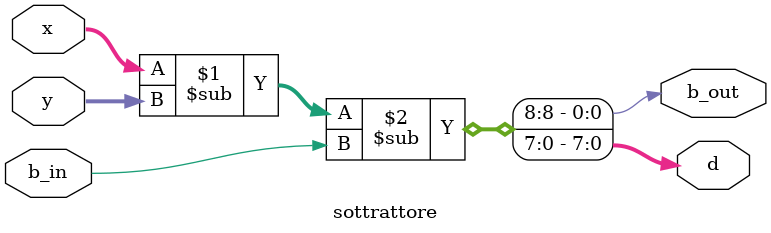
<source format=v>
module sottrattore(
    x, y, d, b_in, b_out
);
    parameter N = 8;

    input [N-1:0] x, y;
    input b_in;

    output [N-1:0] d;
    output b_out;

    assign #1 {b_out, d} = x - y - b_in;

endmodule
</source>
